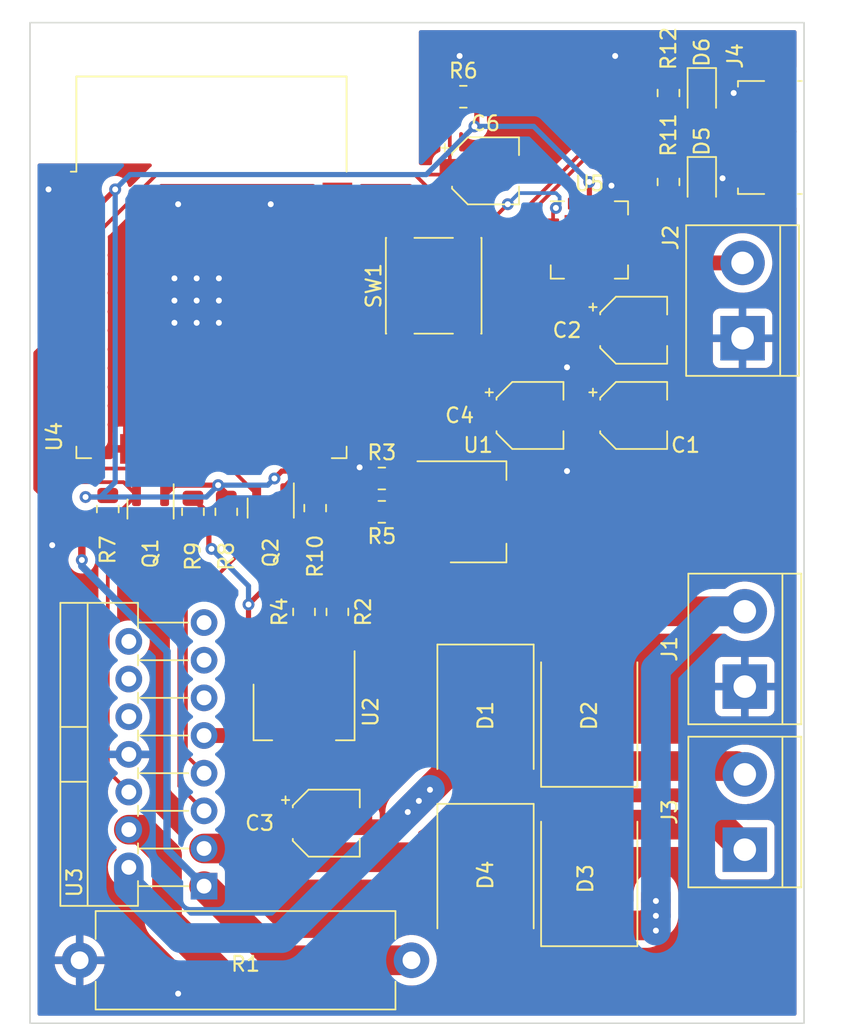
<source format=kicad_pcb>
(kicad_pcb (version 20211014) (generator pcbnew)
  (title_block (title "Driver Board") (date "2022-03-19") (rev "V1.0.0") (company "Matthew Nickson") (comment 1 "Licence: CC-BY-SA-4.0"))
  (layers (0 "F.Cu" signal) (31 "B.Cu" signal) (34 "B.Paste" user) (35 "F.Paste" user) (36 "B.SilkS" user "B.Silkscreen") (37 "F.SilkS" user "F.Silkscreen") (38 "B.Mask" user) (39 "F.Mask" user) (44 "Edge.Cuts" user))
  (net 0 "")
  (net 1 "/12V_IN")
  (net 2 "GND")
  (net 3 "+5V")
  (net 4 "+3V3")
  (net 5 "/POWER_IN")
  (net 6 "/~{RST}")
  (net 7 "/LINE_A")
  (net 8 "/LINE_B")
  (net 9 "Net-(D5-Pad1)")
  (net 10 "/~{TX_LED}")
  (net 11 "Net-(D6-Pad1)")
  (net 12 "/~{RX_LED}")
  (net 14 "/USB_D-")
  (net 15 "/USB_D+")
  (net 17 "/IN1_3V3")
  (net 18 "/IN1")
  (net 19 "/IN2_3V3")
  (net 20 "/IN2")
  (net 21 "/SENSE")
  (net 22 "Net-(R2-Pad1)")
  (net 23 "Net-(R3-Pad1)")
  (net 24 "/ENABLE")
  (net 56 "/UART_RX")
  (net 57 "/UART_TX")
  (footprint "Package_TO_SOT_SMD:SOT-23" (layer "F.Cu") (at 129.1625 100.7875 -90)
    (fp_text reference "Q1")
    (fp_text value "BSS138")
  )
  (footprint "Package_DFN_QFN:QFN-20-1EP_5x5mm_P0.65mm_EP3.35x3.35mm" (layer "F.Cu") (at 158.785 82.635)
    (fp_text reference "U5")
    (fp_text value "MCP2200-I-MQ")
  )
  (footprint "Resistor_SMD:R_0805_2012Metric" (layer "F.Cu") (at 140.275 100.725 90)
    (fp_text reference "R10")
    (fp_text value "10K")
  )
  (footprint "Resistor_SMD:R_0805_2012Metric" (layer "F.Cu") (at 144.775 98.725 180)
    (fp_text reference "R3")
    (fp_text value "560R")
  )
  (footprint "RF_Module:ESP32-WROOM-32" (layer "F.Cu") (at 133.275 87.475)
    (fp_text reference "U4")
    (fp_text value "ESP32-WROOM-32D")
  )
  (footprint "Resistor_SMD:R_0805_2012Metric" (layer "F.Cu") (at 164.125 72.725 -90)
    (fp_text reference "R12")
    (fp_text value "R")
  )
  (footprint "Package_TO_SOT_SMD:SOT-223-3_TabPin2" (layer "F.Cu") (at 139.525 114.475 -90)
    (fp_text reference "U2")
    (fp_text value "LM317_SOT-223")
  )
  (footprint "Resistor_THT:R_Axial_Power_L20.0mm_W6.4mm_P22.40mm" (layer "F.Cu") (at 146.775 131.225 180)
    (fp_text reference "R1")
    (fp_text value "1R")
  )
  (footprint "Capacitor_SMD:CP_Elec_4x3" (layer "F.Cu") (at 151.775 77.975)
    (fp_text reference "C6")
    (fp_text value "1uF")
  )
  (footprint "TerminalBlock:TerminalBlock_bornier-2_P5.08mm" (layer "F.Cu") (at 169.125 89.265 90)
    (fp_text reference "J2")
    (fp_text value "Screw_Terminal_01x02")
  )
  (footprint "Resistor_SMD:R_0805_2012Metric" (layer "F.Cu") (at 134.275 100.975 90)
    (fp_text reference "R8")
    (fp_text value "10K")
  )
  (footprint "Capacitor_SMD:CP_Elec_4x3" (layer "F.Cu") (at 154.775 94.475)
    (fp_text reference "C4")
    (fp_text value "1uF")
  )
  (footprint "Resistor_SMD:R_0805_2012Metric" (layer "F.Cu") (at 141.775 107.725 90)
    (fp_text reference "R2")
    (fp_text value "1K")
  )
  (footprint "Resistor_SMD:R_0805_2012Metric" (layer "F.Cu") (at 164.125 78.725 -90)
    (fp_text reference "R11")
    (fp_text value "R")
  )
  (footprint "Resistor_SMD:R_0805_2012Metric" (layer "F.Cu") (at 132.025 100.975 90)
    (fp_text reference "R9")
    (fp_text value "10K")
  )
  (footprint "Capacitor_SMD:CP_Elec_4x3" (layer "F.Cu") (at 161.775 88.725)
    (fp_text reference "C2")
    (fp_text value "0.1uF")
  )
  (footprint "Connector_USB:USB_Micro-B_Molex_47346-0001" (layer "F.Cu") (at 170.525 75.725 90)
    (fp_text reference "J4")
    (fp_text value "USB_B_Micro")
  )
  (footprint "Resistor_SMD:R_0805_2012Metric" (layer "F.Cu") (at 144.775 100.975 180)
    (fp_text reference "R5")
    (fp_text value "330R")
  )
  (footprint "TerminalBlock:TerminalBlock_bornier-2_P5.08mm" (layer "F.Cu") (at 169.275 123.765 90)
    (fp_text reference "J3")
    (fp_text value "Screw_Terminal_01x02")
  )
  (footprint "Resistor_SMD:R_0805_2012Metric" (layer "F.Cu") (at 139.525 107.725 90)
    (fp_text reference "R4")
    (fp_text value "330R")
  )
  (footprint "Resistor_SMD:R_0805_2012Metric" (layer "F.Cu") (at 150.275 72.975 180)
    (fp_text reference "R6")
    (fp_text value "10K")
  )
  (footprint "Diode_SMD:D_SMC" (layer "F.Cu") (at 151.775 114.725 -90)
    (fp_text reference "D1")
    (fp_text value "1N5820")
  )
  (footprint "LED_SMD:LED_0805_2012Metric" (layer "F.Cu") (at 166.375 72.725 -90)
    (fp_text reference "D6")
    (fp_text value "LED")
  )
  (footprint "Diode_SMD:D_SMC" (layer "F.Cu") (at 158.775 114.725 90)
    (fp_text reference "D2")
    (fp_text value "1N5820")
  )
  (footprint "Package_TO_SOT_SMD:SOT-223-3_TabPin2" (layer "F.Cu") (at 151.275 100.975)
    (fp_text reference "U1")
    (fp_text value "LM317_SOT-223")
  )
  (footprint "Package_TO_SOT_THT:TO-220-15_P2.54x2.54mm_StaggerOdd_Lead4.58mm_Vertical" (layer "F.Cu") (at 132.775 126.225 90)
    (fp_text reference "U3")
    (fp_text value "L298HN")
  )
  (footprint "Capacitor_SMD:CP_Elec_4x3" (layer "F.Cu") (at 141.025 121.975)
    (fp_text reference "C3")
    (fp_text value "1uF")
  )
  (footprint "Diode_SMD:D_SMC" (layer "F.Cu") (at 158.775 125.475 90)
    (fp_text reference "D3")
    (fp_text value "1N5820")
  )
  (footprint "TerminalBlock:TerminalBlock_bornier-2_P5.08mm" (layer "F.Cu") (at 169.275 112.765 90)
    (fp_text reference "J1")
    (fp_text value "Screw_Terminal_01x02")
  )
  (footprint "Resistor_SMD:R_0805_2012Metric" (layer "F.Cu") (at 126.275 100.7875 90)
    (fp_text reference "R7")
    (fp_text value "10K")
  )
  (footprint "Button_Switch_SMD:SW_Push_1P1T_NO_6x6mm_H9.5mm" (layer "F.Cu") (at 148.275 85.725 90)
    (fp_text reference "SW1")
    (fp_text value "SW_Push")
  )
  (footprint "Capacitor_SMD:CP_Elec_4x3" (layer "F.Cu") (at 161.775 94.475)
    (fp_text reference "C1")
    (fp_text value "0.1uF")
  )
  (footprint "LED_SMD:LED_0805_2012Metric" (layer "F.Cu") (at 166.375 78.725 -90)
    (fp_text reference "D5")
    (fp_text value "LED")
  )
  (footprint "Package_TO_SOT_SMD:SOT-23" (layer "F.Cu") (at 137.275 100.725 -90)
    (fp_text reference "Q2")
    (fp_text value "BSS138")
  )
  (footprint "Diode_SMD:D_SMC" (layer "F.Cu") (at 151.775 125.475 -90)
    (fp_text reference "D4")
    (fp_text value "1N5820")
  )
  (gr_rect (start 121.025 67.975) (end 173.275 135.475) (layer "Edge.Cuts") (width 0.1) (fill none))
  (segment (start 146.025 105.475) (end 148.125 103.375) (width 1) (layer "F.Cu") (net 1))
  (segment (start 169.125 84.185) (end 164.515 84.185) (width 1) (layer "F.Cu") (net 1))
  (segment (start 156.025 103.725) (end 148.575 103.725) (width 1) (layer "F.Cu") (net 1))
  (segment (start 138.807176 105.475) (end 146.025 105.475) (width 1) (layer "F.Cu") (net 1))
  (segment (start 148.575 103.725) (end 148.125 103.275) (width 1) (layer "F.Cu") (net 1))
  (segment (start 159.975 93.725) (end 159.975 99.775) (width 1) (layer "F.Cu") (net 1))
  (segment (start 148.125 103.375) (end 148.125 103.275) (width 1) (layer "F.Cu") (net 1))
  (segment (start 137.225 111.325) (end 137.225 107.057176) (width 1) (layer "F.Cu") (net 1))
  (segment (start 164.515 84.185) (end 159.975 88.725) (width 1) (layer "F.Cu") (net 1))
  (segment (start 159.975 88.725) (end 159.975 93.725) (width 1) (layer "F.Cu") (net 1))
  (segment (start 137.225 107.057176) (end 138.807176 105.475) (width 1) (layer "F.Cu") (net 1))
  (segment (start 159.975 99.775) (end 156.025 103.725) (width 1) (layer "F.Cu") (net 1))
  (segment (start 159.435 80.185) (end 159.435 79.815) (width 0.25) (layer "F.Cu") (net 2))
  (segment (start 159.435 79.815) (end 160.275 78.975) (width 0.25) (layer "F.Cu") (net 2))
  (via (at 131.025 80.225) (size 0.8) (drill 0.4) (layers "F.Cu" "B.Cu") (net 2))
  (via (at 168.525 72.725) (size 0.8) (drill 0.4) (layers "F.Cu" "B.Cu") (net 2))
  (via (at 132.275 86.725) (size 0.8) (drill 0.4) (layers "F.Cu" "B.Cu") (net 2))
  (via (at 130.775 85.225) (size 0.8) (drill 0.4) (layers "F.Cu" "B.Cu") (net 2))
  (via (at 160.525 70.225) (size 0.8) (drill 0.4) (layers "F.Cu" "B.Cu") (net 2))
  (via (at 157.275 98.225) (size 0.8) (drill 0.4) (layers "F.Cu" "B.Cu") (net 2))
  (via (at 131.025 133.475) (size 0.8) (drill 0.4) (layers "F.Cu" "B.Cu") (net 2))
  (via (at 150.025 70.225) (size 0.8) (drill 0.4) (layers "F.Cu" "B.Cu") (net 2))
  (via (at 132.275 85.225) (size 0.8) (drill 0.4) (layers "F.Cu" "B.Cu") (net 2))
  (via (at 130.775 86.725) (size 0.8) (drill 0.4) (layers "F.Cu" "B.Cu") (net 2))
  (via (at 133.775 85.225) (size 0.8) (drill 0.4) (layers "F.Cu" "B.Cu") (net 2))
  (via (at 137.275 80.225) (size 0.8) (drill 0.4) (layers "F.Cu" "B.Cu") (net 2))
  (via (at 143.275 97.975) (size 0.8) (drill 0.4) (layers "F.Cu" "B.Cu") (net 2))
  (via (at 122.275 79.225) (size 0.8) (drill 0.4) (layers "F.Cu" "B.Cu") (net 2))
  (via (at 167.775 78.475) (size 0.8) (drill 0.4) (layers "F.Cu" "B.Cu") (net 2))
  (via (at 160.275 78.975) (size 0.8) (drill 0.4) (layers "F.Cu" "B.Cu") (net 2))
  (via (at 130.775 88.225) (size 0.8) (drill 0.4) (layers "F.Cu" "B.Cu") (net 2))
  (via (at 133.775 88.225) (size 0.8) (drill 0.4) (layers "F.Cu" "B.Cu") (net 2))
  (via (at 157.275 91.225) (size 0.8) (drill 0.4) (layers "F.Cu" "B.Cu") (net 2))
  (via (at 133.775 86.725) (size 0.8) (drill 0.4) (layers "F.Cu" "B.Cu") (net 2))
  (via (at 122.525 103.225) (size 0.8) (drill 0.4) (layers "F.Cu" "B.Cu") (net 2))
  (via (at 132.275 88.225) (size 0.8) (drill 0.4) (layers "F.Cu" "B.Cu") (net 2))
  (segment (start 138.907724 104.60048) (end 141.525 101.983204) (width 0.35) (layer "F.Cu") (net 3))
  (segment (start 139.525 117.625) (end 135.775 113.875) (width 0.35) (layer "F.Cu") (net 3))
  (segment (start 137.965 116.065) (end 139.525 117.625) (width 1) (layer "F.Cu") (net 3))
  (segment (start 139.225 121.975) (end 139.525 121.675) (width 1) (layer "F.Cu") (net 3))
  (segment (start 132.025 100.0625) (end 133.09952 101.13702) (width 0.35) (layer "F.Cu") (net 3))
  (segment (start 135.775 113.875) (end 135.775 107.225) (width 0.35) (layer "F.Cu") (net 3))
  (segment (start 141.525 101.0625) (end 140.275 99.8125) (width 0.35) (layer "F.Cu") (net 3))
  (segment (start 139.525 121.675) (end 139.525 117.625) (width 1) (layer "F.Cu") (net 3))
  (segment (start 139.525 108.6375) (end 139.525 111.325) (width 1) (layer "F.Cu") (net 3))
  (segment (start 139.525 111.325) (end 139.525 117.625) (width 1) (layer "F.Cu") (net 3))
  (segment (start 141.525 101.983204) (end 141.525 101.0625) (width 0.35) (layer "F.Cu") (net 3))
  (segment (start 133.09952 101.13702) (end 133.09952 103.29952) (width 0.35) (layer "F.Cu") (net 3))
  (segment (start 132.775 116.065) (end 137.965 116.065) (width 1) (layer "F.Cu") (net 3))
  (segment (start 135.775 107.225) (end 138.39952 104.60048) (width 0.35) (layer "F.Cu") (net 3))
  (segment (start 138.39952 104.60048) (end 138.907724 104.60048) (width 0.35) (layer "F.Cu") (net 3))
  (segment (start 133.09952 103.29952) (end 133.275 103.475) (width 0.35) (layer "F.Cu") (net 3))
  (via (at 135.775 107.225) (size 0.8) (drill 0.4) (layers "F.Cu" "B.Cu") (net 3))
  (via (at 133.275 103.475) (size 0.8) (drill 0.4) (layers "F.Cu" "B.Cu") (net 3))
  (segment (start 133.275 103.475) (end 135.775 105.975) (width 0.35) (layer "B.Cu") (net 3))
  (segment (start 135.775 105.975) (end 135.775 107.225) (width 0.35) (layer "B.Cu") (net 3))
  (segment (start 124.775 80.49) (end 125.51 80.49) (width 0.35) (layer "F.Cu") (net 4))
  (segment (start 148.125 100.975) (end 154.425 100.975) (width 1) (layer "F.Cu") (net 4))
  (segment (start 138.025 98.225) (end 137.525 98.725) (width 0.35) (layer "F.Cu") (net 4))
  (segment (start 142.775 101.483204) (end 142.775 98.725) (width 0.35) (layer "F.Cu") (net 4))
  (segment (start 143.341316 102.04952) (end 142.775 101.483204) (width 0.35) (layer "F.Cu") (net 4))
  (segment (start 125.51 80.49) (end 126.775 79.225) (width 0.35) (layer "F.Cu") (net 4))
  (segment (start 139.275 98.225) (end 138.025 98.225) (width 0.35) (layer "F.Cu") (net 4))
  (segment (start 159.775 85.975) (end 152.975 92.775) (width 0.35) (layer "F.Cu") (net 4))
  (segment (start 161.235 81.985) (end 162.035 81.985) (width 0.35) (layer "F.Cu") (net 4))
  (segment (start 162.525 83.975) (end 160.525 85.975) (width 0.35) (layer "F.Cu") (net 4))
  (segment (start 154.425 100.975) (end 154.425 95.425) (width 1) (layer "F.Cu") (net 4))
  (segment (start 162.525 82.475) (end 162.525 83.975) (width 0.35) (layer "F.Cu") (net 4))
  (segment (start 134.275 99.725) (end 133.72548 99.17548) (width 0.35) (layer "F.Cu") (net 4))
  (segment (start 124.775 99.975) (end 126.175 99.975) (width 0.35) (layer "F.Cu") (net 4))
  (segment (start 151.1875 72.975) (end 151.1875 74.8125) (width 0.35) (layer "F.Cu") (net 4))
  (segment (start 158.785 80.185) (end 158.785 78.735) (width 0.35) (layer "F.Cu") (net 4))
  (segment (start 151.1875 74.8125) (end 151.025 74.975) (width 0.35) (layer "F.Cu") (net 4))
  (segment (start 142.775 98.725) (end 142.275 98.225) (width 0.35) (layer "F.Cu") (net 4))
  (segment (start 133.72548 99.17548) (end 130.78702 99.17548) (width 0.35) (layer "F.Cu") (net 4))
  (segment (start 144.95048 102.04952) (end 143.341316 102.04952) (width 0.35) (layer "F.Cu") (net 4))
  (segment (start 162.035 81.985) (end 162.525 82.475) (width 0.35) (layer "F.Cu") (net 4))
  (segment (start 134.275 100.0625) (end 134.275 99.725) (width 0.35) (layer "F.Cu") (net 4))
  (segment (start 160.525 85.975) (end 159.775 85.975) (width 0.35) (layer "F.Cu") (net 4))
  (segment (start 154.425 95.425) (end 153.725 94.725) (width 1) (layer "F.Cu") (net 4))
  (segment (start 145.6875 101.3125) (end 144.95048 102.04952) (width 0.35) (layer "F.Cu") (net 4))
  (segment (start 145.4375 100.975) (end 148.125 100.975) (width 1) (layer "F.Cu") (net 4))
  (segment (start 142.275 98.225) (end 139.275 98.225) (width 0.35) (layer "F.Cu") (net 4))
  (segment (start 145.6875 100.975) (end 145.6875 101.3125) (width 0.35) (layer "F.Cu") (net 4))
  (segment (start 126.175 99.975) (end 126.275 99.875) (width 0.35) (layer "F.Cu") (net 4))
  (segment (start 138.225 99.275) (end 139.275 98.225) (width 0.35) (layer "F.Cu") (net 4))
  (segment (start 152.975 92.775) (end 152.975 94.475) (width 0.35) (layer "F.Cu") (net 4))
  (segment (start 130.78702 99.17548) (end 130.1125 99.85) (width 0.35) (layer "F.Cu") (net 4))
  (segment (start 138.225 99.7875) (end 138.225 99.275) (width 0.35) (layer "F.Cu") (net 4))
  (segment (start 158.785 78.735) (end 158.775 78.725) (width 0.35) (layer "F.Cu") (net 4))
  (via (at 158.775 78.725) (size 0.8) (drill 0.4) (layers "F.Cu" "B.Cu") (net 4))
  (via (at 137.525 98.725) (size 0.8) (drill 0.4) (layers "F.Cu" "B.Cu") (net 4))
  (via (at 124.775 99.975) (size 0.8) (drill 0.4) (layers "F.Cu" "B.Cu") (net 4))
  (via (at 126.775 79.225) (size 0.8) (drill 0.4) (layers "F.Cu" "B.Cu") (net 4))
  (via (at 133.72548 99.17548) (size 0.8) (drill 0.4) (layers "F.Cu" "B.Cu") (net 4))
  (via (at 151.025 74.975) (size 0.8) (drill 0.4) (layers "F.Cu" "B.Cu") (net 4))
  (segment (start 125.775 99.975) (end 126.775 98.975) (width 0.35) (layer "B.Cu") (net 4))
  (segment (start 127.775 78.225) (end 147.775 78.225) (width 0.35) (layer "B.Cu") (net 4))
  (segment (start 124.775 99.975) (end 125.775 99.975) (width 0.35) (layer "B.Cu") (net 4))
  (segment (start 155.025 74.975) (end 158.775 78.725) (width 0.35) (layer "B.Cu") (net 4))
  (segment (start 132.92596 99.975) (end 133.72548 99.17548) (width 0.35) (layer "B.Cu") (net 4))
  (segment (start 151.025 74.975) (end 155.025 74.975) (width 0.35) (layer "B.Cu") (net 4))
  (segment (start 126.775 98.975) (end 126.775 79.225) (width 0.35) (layer "B.Cu") (net 4))
  (segment (start 147.775 78.225) (end 150.525 75.475) (width 0.35) (layer "B.Cu") (net 4))
  (segment (start 125.775 99.975) (end 132.92596 99.975) (width 0.35) (layer "B.Cu") (net 4))
  (segment (start 126.775 79.225) (end 127.775 78.225) (width 0.35) (layer "B.Cu") (net 4))
  (segment (start 133.72548 99.17548) (end 137.07452 99.17548) (width 0.35) (layer "B.Cu") (net 4))
  (segment (start 150.525 75.475) (end 151.025 74.975) (width 0.35) (layer "B.Cu") (net 4))
  (segment (start 137.07452 99.17548) (end 137.525 98.725) (width 0.35) (layer "B.Cu") (net 4))
  (segment (start 155.415 107.685) (end 151.775 111.325) (width 2) (layer "F.Cu") (net 5))
  (segment (start 135.675489 133.924511) (end 130.275 128.524022) (width 2) (layer "F.Cu") (net 5))
  (segment (start 130.275 124.141578) (end 128.548422 122.415) (width 2) (layer "F.Cu") (net 5))
  (segment (start 162.625 128.875) (end 163.275 128.225) (width 2) (layer "F.Cu") (net 5))
  (segment (start 130.275 128.524022) (end 130.275 124.141578) (width 2) (layer "F.Cu") (net 5))
  (segment (start 163.275 128.225) (end 163.275 126.725) (width 2) (layer "F.Cu") (net 5))
  (segment (start 158.775 128.875) (end 153.725489 133.924511) (width 2) (layer "F.Cu") (net 5))
  (segment (start 153.725489 133.924511) (end 135.675489 133.924511) (width 2) (layer "F.Cu") (net 5))
  (segment (start 169.275 107.685) (end 155.415 107.685) (width 2) (layer "F.Cu") (net 5))
  (segment (start 158.775 128.875) (end 162.625 128.875) (width 2) (layer "F.Cu") (net 5))
  (segment (start 128.548422 122.415) (end 127.695 122.415) (width 2) (layer "F.Cu") (net 5))
  (via (at 163.275 129.225) (size 0.8) (drill 0.4) (layers "F.Cu" "B.Cu") (net 5))
  (via (at 163.275 128.225) (size 0.8) (drill 0.4) (layers "F.Cu" "B.Cu") (net 5))
  (via (at 163.275 127.225) (size 0.8) (drill 0.4) (layers "F.Cu" "B.Cu") (net 5))
  (segment (start 163.275 128.225) (end 163.275 129.225) (width 2) (layer "B.Cu") (net 5))
  (segment (start 169.275 107.685) (end 167.15368 107.685) (width 2) (layer "B.Cu") (net 5))
  (segment (start 163.275 111.56368) (end 163.275 127.225) (width 2) (layer "B.Cu") (net 5))
  (segment (start 167.15368 107.685) (end 163.275 111.56368) (width 2) (layer "B.Cu") (net 5))
  (segment (start 163.275 127.225) (end 163.275 128.225) (width 2) (layer "B.Cu") (net 5))
  (segment (start 156.335 80.665) (end 156.525 80.475) (width 0.25) (layer "F.Cu") (net 6))
  (segment (start 150.525 81.75) (end 151.75 81.75) (width 0.25) (layer "F.Cu") (net 6))
  (segment (start 150.525 89.7) (end 150.525 81.75) (width 0.25) (layer "F.Cu") (net 6))
  (segment (start 149.3625 72.975) (end 149.3625 77.3625) (width 0.25) (layer "F.Cu") (net 6))
  (segment (start 146.775 78.225) (end 129.56 78.225) (width 0.25) (layer "F.Cu") (net 6))
  (segment (start 126.025 81.76) (end 124.775 81.76) (width 0.25) (layer "F.Cu") (net 6))
  (segment (start 150.525 81.75) (end 147 78.225) (width 0.25) (layer "F.Cu") (net 6))
  (segment (start 156.335 81.335) (end 156.335 80.665) (width 0.25) (layer "F.Cu") (net 6))
  (segment (start 149.3625 77.3625) (end 149.975 77.975) (width 0.25) (layer "F.Cu") (net 6))
  (segment (start 149.725 78.225) (end 146.775 78.225) (width 0.25) (layer "F.Cu") (net 6))
  (segment (start 147 78.225) (end 146.775 78.225) (width 0.25) (layer "F.Cu") (net 6))
  (segment (start 151.75 81.75) (end 153.275 80.225) (width 0.25) (layer "F.Cu") (net 6))
  (segment (start 129.56 78.225) (end 126.025 81.76) (width 0.25) (layer "F.Cu") (net 6))
  (segment (start 149.975 77.975) (end 149.725 78.225) (width 0.25) (layer "F.Cu") (net 6))
  (via (at 156.525 80.475) (size 0.8) (drill 0.4) (layers "F.Cu" "B.Cu") (net 6))
  (via (at 153.275 80.225) (size 0.8) (drill 0.4) (layers "F.Cu" "B.Cu") (net 6))
  (segment (start 156.525 79.475) (end 154.025 79.475) (width 0.25) (layer "B.Cu") (net 6))
  (segment (start 156.775 79.725) (end 156.525 79.475) (width 0.25) (layer "B.Cu") (net 6))
  (segment (start 156.525 80.475) (end 156.775 80.225) (width 0.25) (layer "B.Cu") (net 6))
  (segment (start 156.775 80.225) (end 156.775 79.725) (width 0.25) (layer "B.Cu") (net 6))
  (segment (start 154.025 79.475) (end 153.275 80.225) (width 0.25) (layer "B.Cu") (net 6))
  (segment (start 151.775 118.125) (end 168.715 118.125) (width 2) (layer "F.Cu") (net 7))
  (segment (start 168.715 118.125) (end 169.275 118.685) (width 2) (layer "F.Cu") (net 7))
  (segment (start 148.025 119.725) (end 147.275 120.475) (width 2) (layer "F.Cu") (net 7))
  (segment (start 149.625 118.125) (end 148.025 119.725) (width 2) (layer "F.Cu") (net 7))
  (segment (start 151.775 118.125) (end 149.625 118.125) (width 2) (layer "F.Cu") (net 7))
  (segment (start 147.275 120.475) (end 146.525 121.225) (width 2) (layer "F.Cu") (net 7))
  (via (at 148.025 119.725) (size 0.8) (drill 0.4) (layers "F.Cu" "B.Cu") (net 7))
  (via (at 147.275 120.475) (size 0.8) (drill 0.4) (layers "F.Cu" "B.Cu") (net 7))
  (via (at 146.525 121.225) (size 0.8) (drill 0.4) (layers "F.Cu" "B.Cu") (net 7))
  (segment (start 138.025 129.725) (end 131.192208 129.725) (width 2) (layer "B.Cu") (net 7))
  (segment (start 148.025 119.725) (end 138.025 129.725) (width 2) (layer "B.Cu") (net 7))
  (segment (start 131.192208 129.725) (end 127.695 126.227792) (width 2) (layer "B.Cu") (net 7))
  (segment (start 127.695 126.227792) (end 127.695 124.955) (width 2) (layer "B.Cu") (net 7))
  (segment (start 134.873542 124.27452) (end 134.284022 123.685) (width 2) (layer "F.Cu") (net 8))
  (segment (start 149.57548 124.27452) (end 134.873542 124.27452) (width 2) (layer "F.Cu") (net 8))
  (segment (start 151.775 122.075) (end 167.585 122.075) (width 2) (layer "F.Cu") (net 8))
  (segment (start 134.284022 123.685) (end 132.775 123.685) (width 2) (layer "F.Cu") (net 8))
  (segment (start 167.585 122.075) (end 169.275 123.765) (width 2) (layer "F.Cu") (net 8))
  (segment (start 151.775 122.075) (end 149.57548 124.27452) (width 2) (layer "F.Cu") (net 8))
  (segment (start 164.125 77.8125) (end 166.35 77.8125) (width 0.25) (layer "F.Cu") (net 9))
  (segment (start 166.35 77.8125) (end 166.375 77.7875) (width 0.25) (layer "F.Cu") (net 9))
  (segment (start 168.025 71.975) (end 167.775 72.225) (width 0.25) (layer "F.Cu") (net 10))
  (segment (start 167.775 72.225) (end 167.775 74.90048) (width 0.25) (layer "F.Cu") (net 10))
  (segment (start 160.235237 75.400481) (end 154.275 81.360718) (width 0.25) (layer "F.Cu") (net 10))
  (segment (start 170.450489 72.400489) (end 170.025 71.975) (width 0.25) (layer "F.Cu") (net 10))
  (segment (start 169.836522 79.6625) (end 170.450489 79.048533) (width 0.25) (layer "F.Cu") (net 10))
  (segment (start 167.775 74.90048) (end 167.275 75.40048) (width 0.25) (layer "F.Cu") (net 10))
  (segment (start 166.375 79.6625) (end 169.836522 79.6625) (width 0.25) (layer "F.Cu") (net 10))
  (segment (start 154.535 81.985) (end 156.335 81.985) (width 0.25) (layer "F.Cu") (net 10))
  (segment (start 154.275 81.725) (end 154.535 81.985) (width 0.25) (layer "F.Cu") (net 10))
  (segment (start 170.450489 79.048533) (end 170.450489 72.400489) (width 0.25) (layer "F.Cu") (net 10))
  (segment (start 154.275 81.360718) (end 154.275 81.725) (width 0.25) (layer "F.Cu") (net 10))
  (segment (start 167.275 75.40048) (end 160.235237 75.400481) (width 0.25) (layer "F.Cu") (net 10))
  (segment (start 170.025 71.975) (end 168.025 71.975) (width 0.25) (layer "F.Cu") (net 10))
  (segment (start 166.35 71.8125) (end 166.375 71.7875) (width 0.25) (layer "F.Cu") (net 11))
  (segment (start 164.125 71.8125) (end 166.35 71.8125) (width 0.25) (layer "F.Cu") (net 11))
  (segment (start 159.525 75.475) (end 160.04904 74.950961) (width 0.25) (layer "F.Cu") (net 12))
  (segment (start 166.375 74.375) (end 166.375 73.6625) (width 0.25) (layer "F.Cu") (net 12))
  (segment (start 159.525 75.475) (end 153.775 81.225) (width 0.25) (layer "F.Cu") (net 12))
  (segment (start 165.799039 74.950961) (end 166.375 74.375) (width 0.25) (layer "F.Cu") (net 12))
  (segment (start 154.185 82.635) (end 156.335 82.635) (width 0.25) (layer "F.Cu") (net 12))
  (segment (start 153.775 82.225) (end 154.185 82.635) (width 0.25) (layer "F.Cu") (net 12))
  (segment (start 153.775 81.225) (end 153.775 82.225) (width 0.25) (layer "F.Cu") (net 12))
  (segment (start 160.04904 74.950961) (end 165.799039 74.950961) (width 0.25) (layer "F.Cu") (net 12))
  (segment (start 162.355668 79.382527) (end 162.440851 79.297348) (width 0.2) (layer "F.Cu") (net 14))
  (segment (start 161.235 81.335) (end 161.235 80.503199) (width 0.2) (layer "F.Cu") (net 14))
  (segment (start 167.929999 76.275) (end 168.029999 76.375) (width 0.2) (layer "F.Cu") (net 14))
  (segment (start 168.029999 76.375) (end 169.065 76.375) (width 0.2) (layer "F.Cu") (net 14))
  (segment (start 163.12548 78.612719) (end 163.12548 77.322382) (width 0.2) (layer "F.Cu") (net 14))
  (segment (start 163.12548 77.322382) (end 164.172862 76.275) (width 0.2) (layer "F.Cu") (net 14))
  (segment (start 164.172862 76.275) (end 167.929999 76.275) (width 0.2) (layer "F.Cu") (net 14))
  (segment (start 162.355668 79.382528) (end 162.355668 79.382527) (width 0.2) (layer "F.Cu") (net 14))
  (segment (start 162.305843 79.9691) (end 162.305844 79.9691) (width 0.2) (layer "F.Cu") (net 14))
  (segment (start 162.355669 79.650902) (end 162.355669 79.650901) (width 0.2) (layer "F.Cu") (net 14))
  (segment (start 162.305844 79.9691) (end 162.355669 79.919274) (width 0.2) (layer "F.Cu") (net 14))
  (segment (start 162.355669 79.650901) (end 162.355668 79.6509) (width 0.2) (layer "F.Cu") (net 14))
  (segment (start 161.235 80.503199) (end 161.769099 79.9691) (width 0.2) (layer "F.Cu") (net 14))
  (segment (start 162.440851 79.297348) (end 163.12548 78.612719) (width 0.2) (layer "F.Cu") (net 14))
  (arc (start 162.355668 79.6509) (mid 162.300086 79.516714) (end 162.355668 79.382528) (width 0.2) (layer "F.Cu") (net 14))
  (arc (start 161.769099 79.9691) (mid 161.903285 79.913518) (end 162.037471 79.9691) (width 0.2) (layer "F.Cu") (net 14))
  (arc (start 162.355669 79.919274) (mid 162.411251 79.785088) (end 162.355669 79.650902) (width 0.2) (layer "F.Cu") (net 14))
  (arc (start 162.037471 79.9691) (mid 162.171657 80.024682) (end 162.305843 79.9691) (width 0.2) (layer "F.Cu") (net 14))
  (segment (start 162.675489 77.13599) (end 162.675489 78.426312) (width 0.2) (layer "F.Cu") (net 15))
  (segment (start 168.029999 75.725) (end 167.929999 75.825) (width 0.2) (layer "F.Cu") (net 15))
  (segment (start 163.986479 75.825) (end 162.675489 77.13599) (width 0.2) (layer "F.Cu") (net 15))
  (segment (start 169.065 75.725) (end 168.029999 75.725) (width 0.2) (layer "F.Cu") (net 15))
  (segment (start 167.929999 75.825) (end 163.986479 75.825) (width 0.2) (layer "F.Cu") (net 15))
  (segment (start 160.916801 80.185) (end 160.085 80.185) (width 0.2) (layer "F.Cu") (net 15))
  (segment (start 162.675489 78.426312) (end 160.916801 80.185) (width 0.2) (layer "F.Cu") (net 15))
  (segment (start 122.525 92.725) (end 123.33 91.92) (width 0.25) (layer "F.Cu") (net 17))
  (segment (start 126.3625 101.7) (end 128.2125 99.85) (width 0.25) (layer "F.Cu") (net 17))
  (segment (start 123.33 91.92) (end 124.775 91.92) (width 0.25) (layer "F.Cu") (net 17))
  (segment (start 122.525 97.725) (end 122.525 92.725) (width 0.25) (layer "F.Cu") (net 17))
  (segment (start 127.3375 98.975) (end 123.775 98.975) (width 0.25) (layer "F.Cu") (net 17))
  (segment (start 128.2125 99.85) (end 127.3375 98.975) (width 0.25) (layer "F.Cu") (net 17))
  (segment (start 123.775 98.975) (end 122.525 97.725) (width 0.25) (layer "F.Cu") (net 17))
  (segment (start 132.775 121.145) (end 131.100969 119.470969) (width 0.25) (layer "F.Cu") (net 18))
  (segment (start 131.8875 101.725) (end 131.9125 101.7) (width 0.25) (layer "F.Cu") (net 18))
  (segment (start 129.1625 101.725) (end 131.8875 101.725) (width 0.25) (layer "F.Cu") (net 18))
  (segment (start 131.100969 119.470969) (end 131.100969 102.511531) (width 0.25) (layer "F.Cu") (net 18))
  (segment (start 131.100969 102.511531) (end 131.9125 101.7) (width 0.25) (layer "F.Cu") (net 18))
  (segment (start 123.490229 98.054511) (end 134.592011 98.054511) (width 0.25) (layer "F.Cu") (net 19))
  (segment (start 124.775 93.19) (end 123.525 93.19) (width 0.25) (layer "F.Cu") (net 19))
  (segment (start 134.275 101.6375) (end 134.475 101.6375) (width 0.25) (layer "F.Cu") (net 19))
  (segment (start 134.592011 98.054511) (end 136.325 99.7875) (width 0.25) (layer "F.Cu") (net 19))
  (segment (start 123.525 93.19) (end 122.97452 93.74048) (width 0.25) (layer "F.Cu") (net 19))
  (segment (start 134.475 101.6375) (end 136.325 99.7875) (width 0.25) (layer "F.Cu") (net 19))
  (segment (start 122.97452 97.538802) (end 123.490229 98.054511) (width 0.25) (layer "F.Cu") (net 19))
  (segment (start 122.97452 93.74048) (end 122.97452 97.538802) (width 0.25) (layer "F.Cu") (net 19))
  (segment (start 132.775 118.605) (end 131.550489 117.380489) (width 0.25) (layer "F.Cu") (net 20))
  (segment (start 140.25 101.6625) (end 140.275 101.6375) (width 0.25) (layer "F.Cu") (net 20))
  (segment (start 131.550489 107.387011) (end 137.275 101.6625) (width 0.25) (layer "F.Cu") (net 20))
  (segment (start 137.275 101.6625) (end 140.25 101.6625) (width 0.25) (layer "F.Cu") (net 20))
  (segment (start 131.550489 117.380489) (end 131.550489 107.387011) (width 0.25) (layer "F.Cu") (net 20))
  (segment (start 121.50096 90.305018) (end 123.695978 88.11) (width 0.5) (layer "F.Cu") (net 21))
  (segment (start 124.525 102.399987) (end 121.50096 99.375946) (width 0.5) (layer "F.Cu") (net 21))
  (segment (start 123.695978 88.11) (end 124.775 88.11) (width 0.5) (layer "F.Cu") (net 21))
  (segment (start 132.775 126.225) (end 137.775 131.225) (width 2) (layer "F.Cu") (net 21))
  (segment (start 137.775 131.225) (end 146.775 131.225) (width 2) (layer "F.Cu") (net 21))
  (segment (start 124.525 104.225) (end 124.525 102.399987) (width 0.5) (layer "F.Cu") (net 21))
  (segment (start 121.50096 99.375946) (end 121.50096 90.305018) (width 0.5) (layer "F.Cu") (net 21))
  (via (at 124.525 104.225) (size 0.8) (drill 0.4) (layers "F.Cu" "B.Cu") (net 21))
  (segment (start 132.775 126.225) (end 130.275 123.725) (width 0.5) (layer "B.Cu") (net 21))
  (segment (start 130.275 110.386502) (end 124.525 104.636502) (width 0.5) (layer "B.Cu") (net 21))
  (segment (start 124.525 104.636502) (end 124.525 104.225) (width 0.5) (layer "B.Cu") (net 21))
  (segment (start 130.275 123.725) (end 130.275 110.386502) (width 0.5) (layer "B.Cu") (net 21))
  (segment (start 139.95 106.8125) (end 141.775 108.6375) (width 0.5) (layer "F.Cu") (net 22))
  (segment (start 139.525 106.8125) (end 139.95 106.8125) (width 0.5) (layer "F.Cu") (net 22))
  (segment (start 141.775 108.6375) (end 141.775 111.275) (width 0.5) (layer "F.Cu") (net 22))
  (segment (start 141.775 111.275) (end 141.825 111.325) (width 0.5) (layer "F.Cu") (net 22))
  (segment (start 148.075 98.725) (end 148.125 98.675) (width 0.5) (layer "F.Cu") (net 23))
  (segment (start 143.8625 100.8875) (end 145.6875 99.0625) (width 0.5) (layer "F.Cu") (net 23))
  (segment (start 145.4375 98.725) (end 148.075 98.725) (width 0.5) (layer "F.Cu") (net 23))
  (segment (start 123.525 90.65) (end 122.07548 92.09952) (width 0.25) (layer "F.Cu") (net 24))
  (segment (start 122.07548 92.09952) (end 122.07548 99.137973) (width 0.25) (layer "F.Cu") (net 24))
  (segment (start 122.07548 99.137973) (end 126.275 103.337493) (width 0.25) (layer "F.Cu") (net 24))
  (segment (start 126.275 118.455) (end 127.695 119.875) (width 0.25) (layer "F.Cu") (net 24))
  (segment (start 124.775 90.65) (end 123.525 90.65) (width 0.25) (layer "F.Cu") (net 24))
  (segment (start 126.275 103.337493) (end 126.275 118.455) (width 0.25) (layer "F.Cu") (net 24))
  (segment (start 152.643764 91.555525) (end 152.749829 91.449459) (width 0.25) (layer "F.Cu") (net 56))
  (segment (start 151.901302 91.237328) (end 151.901302 91.237327) (width 0.25) (layer "F.Cu") (net 56))
  (segment (start 149.355712 93.782917) (end 149.673911 94.101116) (width 0.25) (layer "F.Cu") (net 56))
  (segment (start 150.098174 94.101115) (end 150.098174 94.101114) (width 0.25) (layer "F.Cu") (net 56))
  (segment (start 151.795235 92.404056) (end 151.795234 92.404055) (width 0.25) (layer "F.Cu") (net 56))
  (segment (start 142.6 84.3) (end 143.275 84.975) (width 0.25) (layer "F.Cu") (net 56))
  (segment (start 144.07548 96.77548) (end 147.423808 96.77548) (width 0.25) (layer "F.Cu") (net 56))
  (segment (start 141.775 84.3) (end 142.6 84.3) (width 0.25) (layer "F.Cu") (net 56))
  (segment (start 151.901302 91.237327) (end 152.219501 91.555526) (width 0.25) (layer "F.Cu") (net 56))
  (segment (start 150.098175 94.101116) (end 150.098174 94.101115) (width 0.25) (layer "F.Cu") (net 56))
  (segment (start 151.795234 91.97979) (end 151.477036 91.661592) (width 0.25) (layer "F.Cu") (net 56))
  (segment (start 150.946705 93.252586) (end 150.946704 93.252585) (width 0.25) (layer "F.Cu") (net 56))
  (segment (start 151.052772 92.085857) (end 151.370971 92.404056) (width 0.25) (layer "F.Cu") (net 56))
  (segment (start 150.946704 93.252585) (end 150.946704 93.252584) (width 0.25) (layer "F.Cu") (net 56))
  (segment (start 152.643765 91.555526) (end 152.643764 91.555525) (width 0.25) (layer "F.Cu") (net 56))
  (segment (start 143.275 95.975) (end 144.07548 96.77548) (width 0.25) (layer "F.Cu") (net 56))
  (segment (start 150.204242 92.934388) (end 150.204242 92.934387) (width 0.25) (layer "F.Cu") (net 56))
  (segment (start 151.795234 92.404055) (end 151.795234 92.404054) (width 0.25) (layer "F.Cu") (net 56))
  (segment (start 152.749829 91.449459) (end 158.135 86.064288) (width 0.25) (layer "F.Cu") (net 56))
  (segment (start 150.946704 92.82832) (end 150.628506 92.510122) (width 0.25) (layer "F.Cu") (net 56))
  (segment (start 151.052772 92.085858) (end 151.052772 92.085857) (width 0.25) (layer "F.Cu") (net 56))
  (segment (start 149.355712 93.782918) (end 149.355712 93.782917) (width 0.25) (layer "F.Cu") (net 56))
  (segment (start 147.423808 96.77548) (end 149.249644 94.949644) (width 0.25) (layer "F.Cu") (net 56))
  (segment (start 149.249644 94.52538) (end 148.931446 94.207182) (width 0.25) (layer "F.Cu") (net 56))
  (segment (start 143.275 84.975) (end 143.275 95.975) (width 0.25) (layer "F.Cu") (net 56))
  (segment (start 150.098174 93.67685) (end 149.779976 93.358652) (width 0.25) (layer "F.Cu") (net 56))
  (segment (start 150.204242 92.934387) (end 150.522441 93.252586) (width 0.25) (layer "F.Cu") (net 56))
  (segment (start 158.135 86.064288) (end 158.135 85.085) (width 0.25) (layer "F.Cu") (net 56))
  (arc (start 150.628506 92.085858) (mid 150.84064 91.997989) (end 151.052772 92.085858) (width 0.25) (layer "F.Cu") (net 56))
  (arc (start 149.673911 94.101116) (mid 149.886043 94.188984) (end 150.098175 94.101116) (width 0.25) (layer "F.Cu") (net 56))
  (arc (start 149.779976 92.934388) (mid 149.99211 92.846519) (end 150.204242 92.934388) (width 0.25) (layer "F.Cu") (net 56))
  (arc (start 150.522441 93.252586) (mid 150.734573 93.340454) (end 150.946705 93.252586) (width 0.25) (layer "F.Cu") (net 56))
  (arc (start 152.219501 91.555526) (mid 152.431633 91.643394) (end 152.643765 91.555526) (width 0.25) (layer "F.Cu") (net 56))
  (arc (start 151.795234 92.404054) (mid 151.883102 92.191922) (end 151.795234 91.97979) (width 0.25) (layer "F.Cu") (net 56))
  (arc (start 149.249644 94.949644) (mid 149.337512 94.737512) (end 149.249644 94.52538) (width 0.25) (layer "F.Cu") (net 56))
  (arc (start 151.477036 91.661592) (mid 151.389168 91.44946) (end 151.477036 91.237328) (width 0.25) (layer "F.Cu") (net 56))
  (arc (start 148.931446 94.207182) (mid 148.843578 93.99505) (end 148.931446 93.782918) (width 0.25) (layer "F.Cu") (net 56))
  (arc (start 151.477036 91.237328) (mid 151.68917 91.149459) (end 151.901302 91.237328) (width 0.25) (layer "F.Cu") (net 56))
  (arc (start 150.628506 92.510122) (mid 150.540638 92.29799) (end 150.628506 92.085858) (width 0.25) (layer "F.Cu") (net 56))
  (arc (start 150.098174 94.101114) (mid 150.186042 93.888982) (end 150.098174 93.67685) (width 0.25) (layer "F.Cu") (net 56))
  (arc (start 150.946704 93.252584) (mid 151.034572 93.040452) (end 150.946704 92.82832) (width 0.25) (layer "F.Cu") (net 56))
  (arc (start 151.370971 92.404056) (mid 151.583103 92.491924) (end 151.795235 92.404056) (width 0.25) (layer "F.Cu") (net 56))
  (arc (start 149.779976 93.358652) (mid 149.692108 93.14652) (end 149.779976 92.934388) (width 0.25) (layer "F.Cu") (net 56))
  (arc (start 148.931446 93.782918) (mid 149.14358 93.695049) (end 149.355712 93.782918) (width 0.25) (layer "F.Cu") (net 56))
  (segment (start 140.775 97.225) (end 140.025 96.475) (width 0.25) (layer "F.Cu") (net 57))
  (segment (start 147.610006 97.225) (end 140.775 97.225) (width 0.25) (layer "F.Cu") (net 57))
  (segment (start 140.945978 83.03) (end 141.775 83.03) (width 0.25) (layer "F.Cu") (net 57))
  (segment (start 159.435 85.400006) (end 147.610006 97.225) (width 0.25) (layer "F.Cu") (net 57))
  (segment (start 140.025 96.475) (end 140.025 83.950978) (width 0.25) (layer "F.Cu") (net 57))
  (segment (start 159.435 85.085) (end 159.435 85.400006) (width 0.25) (layer "F.Cu") (net 57))
  (segment (start 140.025 83.950978) (end 140.945978 83.03) (width 0.25) (layer "F.Cu") (net 57))
  (zone (net 2) (net_name "GND") (layers F&B.Cu) (connect_pads (clearance 0.508)) (min_thickness 0.254) (fill yes (thermal_gap 0.508) (thermal_bridge_width 0.508))
    (polygon (pts (xy 173.275 135.475) (xy 121.025 135.475) (xy 121.025 77.475) (xy 147.275 77.475) (xy 147.275 67.975) (xy 173.275 67.975)))
  )
)
</source>
